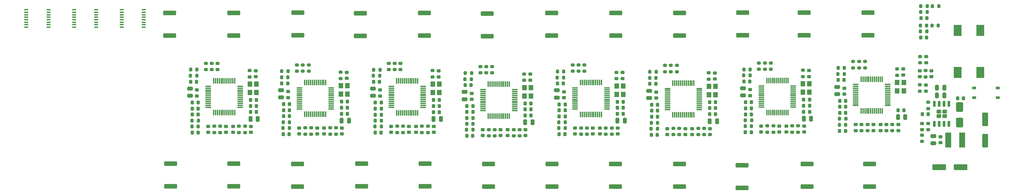
<source format=gbr>
%TF.GenerationSoftware,KiCad,Pcbnew,(7.0.0)*%
%TF.CreationDate,2023-05-02T23:46:26+03:00*%
%TF.ProjectId,24_channel_esp32_energy_meter,32345f63-6861-46e6-9e65-6c5f65737033,rev?*%
%TF.SameCoordinates,PX5ff2fd0PYa4fc540*%
%TF.FileFunction,Paste,Top*%
%TF.FilePolarity,Positive*%
%FSLAX46Y46*%
G04 Gerber Fmt 4.6, Leading zero omitted, Abs format (unit mm)*
G04 Created by KiCad (PCBNEW (7.0.0)) date 2023-05-02 23:46:26*
%MOMM*%
%LPD*%
G01*
G04 APERTURE LIST*
G04 Aperture macros list*
%AMRoundRect*
0 Rectangle with rounded corners*
0 $1 Rounding radius*
0 $2 $3 $4 $5 $6 $7 $8 $9 X,Y pos of 4 corners*
0 Add a 4 corners polygon primitive as box body*
4,1,4,$2,$3,$4,$5,$6,$7,$8,$9,$2,$3,0*
0 Add four circle primitives for the rounded corners*
1,1,$1+$1,$2,$3*
1,1,$1+$1,$4,$5*
1,1,$1+$1,$6,$7*
1,1,$1+$1,$8,$9*
0 Add four rect primitives between the rounded corners*
20,1,$1+$1,$2,$3,$4,$5,0*
20,1,$1+$1,$4,$5,$6,$7,0*
20,1,$1+$1,$6,$7,$8,$9,0*
20,1,$1+$1,$8,$9,$2,$3,0*%
G04 Aperture macros list end*
%ADD10RoundRect,0.225000X0.250000X-0.225000X0.250000X0.225000X-0.250000X0.225000X-0.250000X-0.225000X0*%
%ADD11RoundRect,0.225000X0.225000X0.250000X-0.225000X0.250000X-0.225000X-0.250000X0.225000X-0.250000X0*%
%ADD12RoundRect,0.200000X-0.275000X0.200000X-0.275000X-0.200000X0.275000X-0.200000X0.275000X0.200000X0*%
%ADD13RoundRect,0.200000X0.200000X0.275000X-0.200000X0.275000X-0.200000X-0.275000X0.200000X-0.275000X0*%
%ADD14RoundRect,0.250000X-0.250000X-0.475000X0.250000X-0.475000X0.250000X0.475000X-0.250000X0.475000X0*%
%ADD15RoundRect,0.200000X-0.200000X-0.275000X0.200000X-0.275000X0.200000X0.275000X-0.200000X0.275000X0*%
%ADD16RoundRect,0.250000X-0.475000X0.250000X-0.475000X-0.250000X0.475000X-0.250000X0.475000X0.250000X0*%
%ADD17RoundRect,0.225000X-0.250000X0.225000X-0.250000X-0.225000X0.250000X-0.225000X0.250000X0.225000X0*%
%ADD18RoundRect,0.200000X0.275000X-0.200000X0.275000X0.200000X-0.275000X0.200000X-0.275000X-0.200000X0*%
%ADD19RoundRect,0.225000X-0.225000X-0.250000X0.225000X-0.250000X0.225000X0.250000X-0.225000X0.250000X0*%
%ADD20R,1.200000X1.400000*%
%ADD21RoundRect,0.250000X1.425000X-0.362500X1.425000X0.362500X-1.425000X0.362500X-1.425000X-0.362500X0*%
%ADD22RoundRect,0.250000X-1.425000X0.362500X-1.425000X-0.362500X1.425000X-0.362500X1.425000X0.362500X0*%
%ADD23R,1.000000X0.800000*%
%ADD24RoundRect,0.075000X0.075000X-0.662500X0.075000X0.662500X-0.075000X0.662500X-0.075000X-0.662500X0*%
%ADD25RoundRect,0.075000X0.662500X-0.075000X0.662500X0.075000X-0.662500X0.075000X-0.662500X-0.075000X0*%
%ADD26RoundRect,0.218750X0.256250X-0.218750X0.256250X0.218750X-0.256250X0.218750X-0.256250X-0.218750X0*%
%ADD27RoundRect,0.250000X-1.500000X-0.550000X1.500000X-0.550000X1.500000X0.550000X-1.500000X0.550000X0*%
%ADD28RoundRect,0.250000X0.650000X-1.000000X0.650000X1.000000X-0.650000X1.000000X-0.650000X-1.000000X0*%
%ADD29RoundRect,0.250000X0.250000X0.475000X-0.250000X0.475000X-0.250000X-0.475000X0.250000X-0.475000X0*%
%ADD30R,1.498600X3.987800*%
%ADD31R,1.000000X0.400000*%
%ADD32R,2.000000X3.000000*%
%ADD33RoundRect,0.242500X-0.382500X0.242500X-0.382500X-0.242500X0.382500X-0.242500X0.382500X0.242500X0*%
%ADD34RoundRect,0.150000X-0.150000X0.650000X-0.150000X-0.650000X0.150000X-0.650000X0.150000X0.650000X0*%
%ADD35RoundRect,0.250000X-0.550000X1.500000X-0.550000X-1.500000X0.550000X-1.500000X0.550000X1.500000X0*%
G04 APERTURE END LIST*
D10*
%TO.C,C52*%
X114830000Y19512500D03*
X114830000Y21062500D03*
%TD*%
D11*
%TO.C,C57*%
X146737500Y23950000D03*
X145187500Y23950000D03*
%TD*%
D12*
%TO.C,R35*%
X94205000Y20700000D03*
X94205000Y19050000D03*
%TD*%
D13*
%TO.C,R91*%
X179842500Y22025000D03*
X178192500Y22025000D03*
%TD*%
D14*
%TO.C,C17*%
X252900000Y31250000D03*
X254800000Y31250000D03*
%TD*%
D15*
%TO.C,R55*%
X129487500Y33450001D03*
X131137500Y33450001D03*
%TD*%
D11*
%TO.C,C4*%
X74920000Y26425000D03*
X73370000Y26425000D03*
%TD*%
%TO.C,C49*%
X107580001Y24137500D03*
X106030001Y24137500D03*
%TD*%
D12*
%TO.C,R33*%
X87705001Y20700000D03*
X87705001Y19050000D03*
%TD*%
D16*
%TO.C,C47*%
X105380001Y30962500D03*
X105380001Y29062500D03*
%TD*%
D17*
%TO.C,C120*%
X249990000Y31875000D03*
X249990000Y30325000D03*
%TD*%
D15*
%TO.C,R100*%
X202350000Y34400001D03*
X204000000Y34400001D03*
%TD*%
D18*
%TO.C,R17*%
X248415000Y30300000D03*
X248415000Y31950000D03*
%TD*%
D11*
%TO.C,C75*%
X170862500Y27525000D03*
X169312500Y27525000D03*
%TD*%
D12*
%TO.C,R111*%
X216604999Y21200000D03*
X216604999Y19550000D03*
%TD*%
D19*
%TO.C,C35*%
X81955001Y19025000D03*
X83505001Y19025000D03*
%TD*%
D20*
%TO.C,Y7*%
X219574999Y29999999D03*
X219574999Y32199999D03*
X217874999Y32199999D03*
X217874999Y29999999D03*
%TD*%
D19*
%TO.C,C61*%
X129537500Y31900001D03*
X131087500Y31900001D03*
%TD*%
D11*
%TO.C,C117*%
X244245000Y25275000D03*
X242695000Y25275000D03*
%TD*%
D12*
%TO.C,R126*%
X241249999Y21575000D03*
X241249999Y19925000D03*
%TD*%
%TO.C,R117*%
X231000000Y38050000D03*
X231000000Y36400000D03*
%TD*%
D21*
%TO.C,R54*%
X185575000Y5312500D03*
X185575000Y11237500D03*
%TD*%
D12*
%TO.C,R9*%
X63875000Y21125000D03*
X63875000Y19475000D03*
%TD*%
D10*
%TO.C,C112*%
X211654999Y19600000D03*
X211654999Y21150000D03*
%TD*%
D22*
%TO.C,R127*%
X218150000Y50862500D03*
X218150000Y44937500D03*
%TD*%
D16*
%TO.C,C107*%
X202205000Y31050000D03*
X202205000Y29150000D03*
%TD*%
D11*
%TO.C,C74*%
X155662500Y26850000D03*
X154112500Y26850000D03*
%TD*%
D10*
%TO.C,C54*%
X121330000Y19512500D03*
X121330000Y21062500D03*
%TD*%
D19*
%TO.C,C11*%
X58125000Y19450000D03*
X59675000Y19450000D03*
%TD*%
D21*
%TO.C,R67*%
X218920460Y5337500D03*
X218920460Y11262500D03*
%TD*%
D23*
%TO.C,BR1*%
X262664999Y31114999D03*
X262664999Y28574999D03*
X268814999Y28574999D03*
X268814999Y31114999D03*
%TD*%
D12*
%TO.C,R10*%
X65425000Y21125000D03*
X65425000Y19475000D03*
%TD*%
D21*
%TO.C,R39*%
X135625000Y5312500D03*
X135625000Y11237500D03*
%TD*%
D12*
%TO.C,R65*%
X142192499Y20250000D03*
X142192499Y18600000D03*
%TD*%
D11*
%TO.C,C60*%
X146737500Y27100000D03*
X145187500Y27100000D03*
%TD*%
D13*
%TO.C,R62*%
X131542500Y20175000D03*
X129892500Y20175000D03*
%TD*%
%TO.C,R131*%
X250340000Y52525000D03*
X248690000Y52525000D03*
%TD*%
D12*
%TO.C,R119*%
X234100000Y38050000D03*
X234100000Y36400000D03*
%TD*%
D11*
%TO.C,C10*%
X59725000Y24150000D03*
X58175000Y24150000D03*
%TD*%
D17*
%TO.C,C66*%
X134092500Y20200000D03*
X134092500Y18650000D03*
%TD*%
D11*
%TO.C,C45*%
X122775001Y27962500D03*
X121225001Y27962500D03*
%TD*%
D10*
%TO.C,C127*%
X236299999Y19975000D03*
X236299999Y21525000D03*
%TD*%
D12*
%TO.C,R23*%
X250585000Y21850000D03*
X250585000Y20200000D03*
%TD*%
D11*
%TO.C,C90*%
X195012500Y27400000D03*
X193462500Y27400000D03*
%TD*%
D12*
%TO.C,R50*%
X118230000Y21112500D03*
X118230000Y19462500D03*
%TD*%
D21*
%TO.C,R68*%
X201925000Y4937500D03*
X201925000Y10862500D03*
%TD*%
D24*
%TO.C,IC5*%
X159687499Y24212500D03*
X160187499Y24212500D03*
X160687499Y24212500D03*
X161187499Y24212500D03*
X161687499Y24212500D03*
X162187499Y24212500D03*
X162687499Y24212500D03*
X163187499Y24212500D03*
X163687499Y24212500D03*
X164187499Y24212500D03*
X164687499Y24212500D03*
X165187499Y24212500D03*
D25*
X166599999Y25625000D03*
X166599999Y26125000D03*
X166599999Y26625000D03*
X166599999Y27125000D03*
X166599999Y27625000D03*
X166599999Y28125000D03*
X166599999Y28625000D03*
X166599999Y29125000D03*
X166599999Y29625000D03*
X166599999Y30125000D03*
X166599999Y30625000D03*
X166599999Y31125000D03*
D24*
X165187499Y32537500D03*
X164687499Y32537500D03*
X164187499Y32537500D03*
X163687499Y32537500D03*
X163187499Y32537500D03*
X162687499Y32537500D03*
X162187499Y32537500D03*
X161687499Y32537500D03*
X161187499Y32537500D03*
X160687499Y32537500D03*
X160187499Y32537500D03*
X159687499Y32537500D03*
D25*
X158274999Y31125000D03*
X158274999Y30625000D03*
X158274999Y30125000D03*
X158274999Y29625000D03*
X158274999Y29125000D03*
X158274999Y28625000D03*
X158274999Y28125000D03*
X158274999Y27625000D03*
X158274999Y27125000D03*
X158274999Y26625000D03*
X158274999Y26125000D03*
X158274999Y25625000D03*
%TD*%
D17*
%TO.C,C111*%
X206955000Y21150000D03*
X206955000Y19600000D03*
%TD*%
D15*
%TO.C,R16*%
X248590000Y45925000D03*
X250240000Y45925000D03*
%TD*%
D12*
%TO.C,R59*%
X136592500Y36725000D03*
X136592500Y35075000D03*
%TD*%
D17*
%TO.C,C63*%
X131192500Y29725000D03*
X131192500Y28175000D03*
%TD*%
%TO.C,C133*%
X251490000Y35625000D03*
X251490000Y34075000D03*
%TD*%
D11*
%TO.C,C58*%
X146737500Y25550000D03*
X145187500Y25550000D03*
%TD*%
D17*
%TO.C,C130*%
X248390000Y35625000D03*
X248390000Y34075000D03*
%TD*%
D20*
%TO.C,Y5*%
X170837499Y29474999D03*
X170837499Y31674999D03*
X169137499Y31674999D03*
X169137499Y29474999D03*
%TD*%
D15*
%TO.C,R1*%
X57670000Y34325000D03*
X59320000Y34325000D03*
%TD*%
D11*
%TO.C,C100*%
X204405000Y25825000D03*
X202855000Y25825000D03*
%TD*%
D13*
%TO.C,R121*%
X229075000Y23050000D03*
X227425000Y23050000D03*
%TD*%
D20*
%TO.C,Y4*%
X146712499Y29049999D03*
X146712499Y31249999D03*
X145012499Y31249999D03*
X145012499Y29049999D03*
%TD*%
D16*
%TO.C,C23*%
X252000000Y18550000D03*
X252000000Y16650000D03*
%TD*%
D12*
%TO.C,R125*%
X239699999Y21575000D03*
X239699999Y19925000D03*
%TD*%
D11*
%TO.C,C118*%
X250190000Y44375000D03*
X248640000Y44375000D03*
%TD*%
D22*
%TO.C,R83*%
X52225000Y50737500D03*
X52225000Y44812500D03*
%TD*%
D21*
%TO.C,R13*%
X69000000Y5412500D03*
X69000000Y11337500D03*
%TD*%
D11*
%TO.C,C25*%
X83555001Y25325000D03*
X82005001Y25325000D03*
%TD*%
D19*
%TO.C,C31*%
X81550001Y32350001D03*
X83100001Y32350001D03*
%TD*%
D11*
%TO.C,C6*%
X74920000Y27975000D03*
X73370000Y27975000D03*
%TD*%
D21*
%TO.C,R53*%
X152250000Y5337500D03*
X152250000Y11262500D03*
%TD*%
D11*
%TO.C,C34*%
X83555001Y23725000D03*
X82005001Y23725000D03*
%TD*%
D13*
%TO.C,R7*%
X59750000Y22600000D03*
X58100000Y22600000D03*
%TD*%
D26*
%TO.C,CF3*%
X122600001Y34050000D03*
X122600001Y35625000D03*
%TD*%
D10*
%TO.C,C99*%
X193567499Y18950000D03*
X193567499Y20500000D03*
%TD*%
D15*
%TO.C,R115*%
X226995000Y34775001D03*
X228645000Y34775001D03*
%TD*%
D13*
%TO.C,R21*%
X250215000Y47475000D03*
X248565000Y47475000D03*
%TD*%
D11*
%TO.C,C132*%
X250265000Y49450000D03*
X248715000Y49450000D03*
%TD*%
D21*
%TO.C,R52*%
X168850000Y5337500D03*
X168850000Y11262500D03*
%TD*%
D12*
%TO.C,R29*%
X88605001Y37175000D03*
X88605001Y35525000D03*
%TD*%
%TO.C,R89*%
X184867500Y37025000D03*
X184867500Y35375000D03*
%TD*%
%TO.C,R4*%
X63225000Y37600000D03*
X63225000Y35950000D03*
%TD*%
D13*
%TO.C,R20*%
X253265000Y47475000D03*
X251615000Y47475000D03*
%TD*%
D11*
%TO.C,C70*%
X155667500Y25300000D03*
X154117500Y25300000D03*
%TD*%
D27*
%TO.C,C24*%
X253500000Y10400000D03*
X259100000Y10400000D03*
%TD*%
D12*
%TO.C,R12*%
X71925000Y21125000D03*
X71925000Y19475000D03*
%TD*%
D28*
%TO.C,D1*%
X258800000Y22100000D03*
X258800000Y26100000D03*
%TD*%
D24*
%TO.C,IC3*%
X111600000Y24650000D03*
X112100000Y24650000D03*
X112600000Y24650000D03*
X113100000Y24650000D03*
X113600000Y24650000D03*
X114100000Y24650000D03*
X114600000Y24650000D03*
X115100000Y24650000D03*
X115600000Y24650000D03*
X116100000Y24650000D03*
X116600000Y24650000D03*
X117100000Y24650000D03*
D25*
X118512500Y26062500D03*
X118512500Y26562500D03*
X118512500Y27062500D03*
X118512500Y27562500D03*
X118512500Y28062500D03*
X118512500Y28562500D03*
X118512500Y29062500D03*
X118512500Y29562500D03*
X118512500Y30062500D03*
X118512500Y30562500D03*
X118512500Y31062500D03*
X118512500Y31562500D03*
D24*
X117100000Y32975000D03*
X116600000Y32975000D03*
X116100000Y32975000D03*
X115600000Y32975000D03*
X115100000Y32975000D03*
X114600000Y32975000D03*
X114100000Y32975000D03*
X113600000Y32975000D03*
X113100000Y32975000D03*
X112600000Y32975000D03*
X112100000Y32975000D03*
X111600000Y32975000D03*
D25*
X110187500Y31562500D03*
X110187500Y31062500D03*
X110187500Y30562500D03*
X110187500Y30062500D03*
X110187500Y29562500D03*
X110187500Y29062500D03*
X110187500Y28562500D03*
X110187500Y28062500D03*
X110187500Y27562500D03*
X110187500Y27062500D03*
X110187500Y26562500D03*
X110187500Y26062500D03*
%TD*%
D12*
%TO.C,R88*%
X183317500Y37025000D03*
X183317500Y35375000D03*
%TD*%
%TO.C,R44*%
X112630001Y37587500D03*
X112630001Y35937500D03*
%TD*%
D15*
%TO.C,R25*%
X81500001Y33900001D03*
X83150001Y33900001D03*
%TD*%
D18*
%TO.C,R105*%
X217825000Y34100000D03*
X217825000Y35750000D03*
%TD*%
D17*
%TO.C,C68*%
X140642499Y20200000D03*
X140642499Y18650000D03*
%TD*%
D15*
%TO.C,R26*%
X81550001Y35500001D03*
X83200001Y35500001D03*
%TD*%
D11*
%TO.C,C104*%
X204400000Y27375000D03*
X202850000Y27375000D03*
%TD*%
D13*
%TO.C,R106*%
X204430000Y22675000D03*
X202780000Y22675000D03*
%TD*%
D15*
%TO.C,R86*%
X177812500Y35350001D03*
X179462500Y35350001D03*
%TD*%
D29*
%TO.C,C101*%
X219975000Y23100000D03*
X218075000Y23100000D03*
%TD*%
D26*
%TO.C,CF7*%
X219425000Y34137500D03*
X219425000Y35712500D03*
%TD*%
D10*
%TO.C,C129*%
X242799999Y19975000D03*
X242799999Y21525000D03*
%TD*%
D12*
%TO.C,R109*%
X210104999Y21200000D03*
X210104999Y19550000D03*
%TD*%
%TO.C,R95*%
X190467499Y20550000D03*
X190467499Y18900000D03*
%TD*%
D13*
%TO.C,R32*%
X83555001Y20625000D03*
X81905001Y20625000D03*
%TD*%
D12*
%TO.C,R42*%
X109530001Y37587500D03*
X109530001Y35937500D03*
%TD*%
D20*
%TO.C,Y8*%
X244219999Y30374999D03*
X244219999Y32574999D03*
X242519999Y32574999D03*
X242519999Y30374999D03*
%TD*%
D12*
%TO.C,R28*%
X87055001Y37175000D03*
X87055001Y35525000D03*
%TD*%
D20*
%TO.C,Y1*%
X74894999Y29924999D03*
X74894999Y32124999D03*
X73194999Y32124999D03*
X73194999Y29924999D03*
%TD*%
D12*
%TO.C,R5*%
X64775000Y37600000D03*
X64775000Y35950000D03*
%TD*%
D15*
%TO.C,R70*%
X153612500Y33875001D03*
X155262500Y33875001D03*
%TD*%
%TO.C,R2*%
X57720000Y35925000D03*
X59370000Y35925000D03*
%TD*%
D11*
%TO.C,C89*%
X179812500Y26725000D03*
X178262500Y26725000D03*
%TD*%
D12*
%TO.C,R36*%
X95755000Y20700000D03*
X95755000Y19050000D03*
%TD*%
D21*
%TO.C,R15*%
X85650000Y5312500D03*
X85650000Y11237500D03*
%TD*%
D12*
%TO.C,R27*%
X85505001Y37175000D03*
X85505001Y35525000D03*
%TD*%
D13*
%TO.C,R122*%
X229050000Y21500000D03*
X227400000Y21500000D03*
%TD*%
D16*
%TO.C,C122*%
X226850000Y31425000D03*
X226850000Y29525000D03*
%TD*%
D11*
%TO.C,C115*%
X229050000Y26200000D03*
X227500000Y26200000D03*
%TD*%
D13*
%TO.C,R130*%
X253365000Y52525000D03*
X251715000Y52525000D03*
%TD*%
D29*
%TO.C,C71*%
X171237500Y22575000D03*
X169337500Y22575000D03*
%TD*%
D12*
%TO.C,R103*%
X207905000Y37675000D03*
X207905000Y36025000D03*
%TD*%
%TO.C,R108*%
X208555000Y21200000D03*
X208555000Y19550000D03*
%TD*%
D24*
%TO.C,IC7*%
X208424999Y24737500D03*
X208924999Y24737500D03*
X209424999Y24737500D03*
X209924999Y24737500D03*
X210424999Y24737500D03*
X210924999Y24737500D03*
X211424999Y24737500D03*
X211924999Y24737500D03*
X212424999Y24737500D03*
X212924999Y24737500D03*
X213424999Y24737500D03*
X213924999Y24737500D03*
D25*
X215337499Y26150000D03*
X215337499Y26650000D03*
X215337499Y27150000D03*
X215337499Y27650000D03*
X215337499Y28150000D03*
X215337499Y28650000D03*
X215337499Y29150000D03*
X215337499Y29650000D03*
X215337499Y30150000D03*
X215337499Y30650000D03*
X215337499Y31150000D03*
X215337499Y31650000D03*
D24*
X213924999Y33062500D03*
X213424999Y33062500D03*
X212924999Y33062500D03*
X212424999Y33062500D03*
X211924999Y33062500D03*
X211424999Y33062500D03*
X210924999Y33062500D03*
X210424999Y33062500D03*
X209924999Y33062500D03*
X209424999Y33062500D03*
X208924999Y33062500D03*
X208424999Y33062500D03*
D25*
X207012499Y31650000D03*
X207012499Y31150000D03*
X207012499Y30650000D03*
X207012499Y30150000D03*
X207012499Y29650000D03*
X207012499Y29150000D03*
X207012499Y28650000D03*
X207012499Y28150000D03*
X207012499Y27650000D03*
X207012499Y27150000D03*
X207012499Y26650000D03*
X207012499Y26150000D03*
%TD*%
D10*
%TO.C,C84*%
X169417499Y19075000D03*
X169417499Y20625000D03*
%TD*%
D16*
%TO.C,C8*%
X57525000Y30975000D03*
X57525000Y29075000D03*
%TD*%
D19*
%TO.C,C91*%
X177812500Y32200001D03*
X179362500Y32200001D03*
%TD*%
D13*
%TO.C,R92*%
X179817500Y20475000D03*
X178167500Y20475000D03*
%TD*%
D10*
%TO.C,C39*%
X97305000Y19100000D03*
X97305000Y20650000D03*
%TD*%
D22*
%TO.C,R99*%
X135275000Y50587500D03*
X135275000Y44662500D03*
%TD*%
D12*
%TO.C,R110*%
X215054999Y21200000D03*
X215054999Y19550000D03*
%TD*%
D18*
%TO.C,R19*%
X248515000Y37725000D03*
X248515000Y39375000D03*
%TD*%
D13*
%TO.C,R107*%
X204405000Y21125000D03*
X202755000Y21125000D03*
%TD*%
D12*
%TO.C,R72*%
X157617500Y37150000D03*
X157617500Y35500000D03*
%TD*%
D16*
%TO.C,C32*%
X81355001Y30550000D03*
X81355001Y28650000D03*
%TD*%
D20*
%TO.C,Y3*%
X122750000Y29912499D03*
X122750000Y32112499D03*
X121050000Y32112499D03*
X121050000Y29912499D03*
%TD*%
D17*
%TO.C,C48*%
X107230001Y30587500D03*
X107230001Y29037500D03*
%TD*%
D29*
%TO.C,C86*%
X195387500Y22450000D03*
X193487500Y22450000D03*
%TD*%
D11*
%TO.C,C73*%
X170862500Y25975000D03*
X169312500Y25975000D03*
%TD*%
D17*
%TO.C,C113*%
X213504999Y21150000D03*
X213504999Y19600000D03*
%TD*%
D22*
%TO.C,R128*%
X202125000Y50837500D03*
X202125000Y44912500D03*
%TD*%
D11*
%TO.C,C30*%
X98750001Y27550000D03*
X97200001Y27550000D03*
%TD*%
D22*
%TO.C,R97*%
X118850000Y50737500D03*
X118850000Y44812500D03*
%TD*%
D17*
%TO.C,C131*%
X250090000Y39325000D03*
X250090000Y37775000D03*
%TD*%
D29*
%TO.C,C56*%
X147112500Y22150000D03*
X145212500Y22150000D03*
%TD*%
D26*
%TO.C,CF8*%
X244070000Y34512500D03*
X244070000Y36087500D03*
%TD*%
D18*
%TO.C,R45*%
X121000001Y34012500D03*
X121000001Y35662500D03*
%TD*%
D12*
%TO.C,R51*%
X119780000Y21112500D03*
X119780000Y19462500D03*
%TD*%
D11*
%TO.C,C27*%
X98750001Y24400000D03*
X97200001Y24400000D03*
%TD*%
D18*
%TO.C,R30*%
X96975001Y33600000D03*
X96975001Y35250000D03*
%TD*%
D13*
%TO.C,R46*%
X107605001Y22587500D03*
X105955001Y22587500D03*
%TD*%
D22*
%TO.C,R82*%
X68975000Y50775000D03*
X68975000Y44850000D03*
%TD*%
D12*
%TO.C,R93*%
X183967500Y20550000D03*
X183967500Y18900000D03*
%TD*%
D26*
%TO.C,CF4*%
X146562500Y33187500D03*
X146562500Y34762500D03*
%TD*%
D17*
%TO.C,C128*%
X238149999Y21525000D03*
X238149999Y19975000D03*
%TD*%
D12*
%TO.C,R48*%
X111730001Y21112500D03*
X111730001Y19462500D03*
%TD*%
D13*
%TO.C,R31*%
X83580001Y22175000D03*
X81930001Y22175000D03*
%TD*%
D29*
%TO.C,C116*%
X244620000Y23475000D03*
X242720000Y23475000D03*
%TD*%
D17*
%TO.C,C98*%
X188917499Y20500000D03*
X188917499Y18950000D03*
%TD*%
D12*
%TO.C,R11*%
X70375000Y21125000D03*
X70375000Y19475000D03*
%TD*%
D17*
%TO.C,C51*%
X110130001Y21062500D03*
X110130001Y19512500D03*
%TD*%
D14*
%TO.C,C18*%
X252900000Y29200000D03*
X254800000Y29200000D03*
%TD*%
D18*
%TO.C,R90*%
X193237500Y33450000D03*
X193237500Y35100000D03*
%TD*%
D21*
%TO.C,R14*%
X52500000Y5412500D03*
X52500000Y11337500D03*
%TD*%
D15*
%TO.C,R40*%
X105525001Y34312501D03*
X107175001Y34312501D03*
%TD*%
D16*
%TO.C,C92*%
X177617500Y30400000D03*
X177617500Y28500000D03*
%TD*%
D21*
%TO.C,R38*%
X102450000Y5387500D03*
X102450000Y11312500D03*
%TD*%
D11*
%TO.C,C1*%
X59725000Y25750000D03*
X58175000Y25750000D03*
%TD*%
D12*
%TO.C,R87*%
X181767500Y37025000D03*
X181767500Y35375000D03*
%TD*%
D29*
%TO.C,C26*%
X99125001Y22600000D03*
X97225001Y22600000D03*
%TD*%
D19*
%TO.C,C95*%
X178217500Y18875000D03*
X179767500Y18875000D03*
%TD*%
D12*
%TO.C,R123*%
X233200000Y21575000D03*
X233200000Y19925000D03*
%TD*%
D10*
%TO.C,C114*%
X218154999Y19600000D03*
X218154999Y21150000D03*
%TD*%
D13*
%TO.C,R76*%
X155692500Y22150000D03*
X154042500Y22150000D03*
%TD*%
D17*
%TO.C,C33*%
X83205001Y30175000D03*
X83205001Y28625000D03*
%TD*%
D26*
%TO.C,CF1*%
X74745000Y34062500D03*
X74745000Y35637500D03*
%TD*%
D17*
%TO.C,C53*%
X116680000Y21062500D03*
X116680000Y19512500D03*
%TD*%
D30*
%TO.C,L1*%
X259491799Y17499999D03*
X255884999Y17499999D03*
%TD*%
D11*
%TO.C,C42*%
X122775001Y24812500D03*
X121225001Y24812500D03*
%TD*%
%TO.C,C72*%
X170862500Y24375000D03*
X169312500Y24375000D03*
%TD*%
D17*
%TO.C,C78*%
X155317500Y30150000D03*
X155317500Y28600000D03*
%TD*%
D31*
%TO.C,U2*%
X14744999Y51599999D03*
X14744999Y50949999D03*
X14744999Y50299999D03*
X14744999Y49649999D03*
X14744999Y48999999D03*
X14744999Y48349999D03*
X14744999Y47699999D03*
X14744999Y47049999D03*
X20544999Y47049999D03*
X20544999Y47699999D03*
X20544999Y48349999D03*
X20544999Y48999999D03*
X20544999Y49649999D03*
X20544999Y50299999D03*
X20544999Y50949999D03*
X20544999Y51599999D03*
%TD*%
D22*
%TO.C,R129*%
X234850000Y50837500D03*
X234850000Y44912500D03*
%TD*%
D11*
%TO.C,C43*%
X122775001Y26412500D03*
X121225001Y26412500D03*
%TD*%
%TO.C,C87*%
X195012500Y24250000D03*
X193462500Y24250000D03*
%TD*%
D17*
%TO.C,C38*%
X92655000Y20650000D03*
X92655000Y19100000D03*
%TD*%
D13*
%TO.C,R47*%
X107580001Y21037500D03*
X105930001Y21037500D03*
%TD*%
D18*
%TO.C,R120*%
X242470000Y34475000D03*
X242470000Y36125000D03*
%TD*%
D17*
%TO.C,C81*%
X158217500Y20625000D03*
X158217500Y19075000D03*
%TD*%
D29*
%TO.C,C41*%
X123150001Y23012500D03*
X121250001Y23012500D03*
%TD*%
D32*
%TO.C,J1*%
X264274999Y35199999D03*
X258274999Y35199999D03*
X258274999Y46199999D03*
X264274999Y46199999D03*
%TD*%
D11*
%TO.C,C109*%
X204405000Y24225000D03*
X202855000Y24225000D03*
%TD*%
%TO.C,C44*%
X107575001Y27287500D03*
X106025001Y27287500D03*
%TD*%
D18*
%TO.C,R18*%
X249915000Y34025000D03*
X249915000Y35675000D03*
%TD*%
D11*
%TO.C,C55*%
X131542500Y24875000D03*
X129992500Y24875000D03*
%TD*%
D26*
%TO.C,CF2*%
X98575001Y33637500D03*
X98575001Y35212500D03*
%TD*%
D15*
%TO.C,R132*%
X248690000Y51000000D03*
X250340000Y51000000D03*
%TD*%
D11*
%TO.C,C85*%
X179817500Y25175000D03*
X178267500Y25175000D03*
%TD*%
D10*
%TO.C,C22*%
X253840000Y16800000D03*
X253840000Y18350000D03*
%TD*%
D12*
%TO.C,R81*%
X167867499Y20675000D03*
X167867499Y19025000D03*
%TD*%
D17*
%TO.C,C36*%
X86105001Y20650000D03*
X86105001Y19100000D03*
%TD*%
D15*
%TO.C,R56*%
X129537500Y35050001D03*
X131187500Y35050001D03*
%TD*%
D12*
%TO.C,R3*%
X61675000Y37600000D03*
X61675000Y35950000D03*
%TD*%
D15*
%TO.C,R85*%
X177762500Y33750001D03*
X179412500Y33750001D03*
%TD*%
D11*
%TO.C,C124*%
X229050000Y24600000D03*
X227500000Y24600000D03*
%TD*%
D19*
%TO.C,C65*%
X129942500Y18575000D03*
X131492500Y18575000D03*
%TD*%
%TO.C,C50*%
X105980001Y19437500D03*
X107530001Y19437500D03*
%TD*%
D26*
%TO.C,CF6*%
X194837500Y33487500D03*
X194837500Y35062500D03*
%TD*%
D11*
%TO.C,C20*%
X250600000Y24250000D03*
X249050000Y24250000D03*
%TD*%
D17*
%TO.C,C83*%
X164767499Y20625000D03*
X164767499Y19075000D03*
%TD*%
D11*
%TO.C,C64*%
X131542500Y23275000D03*
X129992500Y23275000D03*
%TD*%
%TO.C,C79*%
X155667500Y23700000D03*
X154117500Y23700000D03*
%TD*%
%TO.C,C105*%
X219600000Y28050000D03*
X218050000Y28050000D03*
%TD*%
D12*
%TO.C,R74*%
X160717500Y37150000D03*
X160717500Y35500000D03*
%TD*%
D17*
%TO.C,C14*%
X68825000Y21075000D03*
X68825000Y19525000D03*
%TD*%
D12*
%TO.C,R49*%
X113280000Y21112500D03*
X113280000Y19462500D03*
%TD*%
D15*
%TO.C,R41*%
X105575001Y35912501D03*
X107225001Y35912501D03*
%TD*%
D13*
%TO.C,R61*%
X131567500Y21725000D03*
X129917500Y21725000D03*
%TD*%
D10*
%TO.C,C15*%
X73475000Y19525000D03*
X73475000Y21075000D03*
%TD*%
%TO.C,C67*%
X138792499Y18650000D03*
X138792499Y20200000D03*
%TD*%
D22*
%TO.C,R84*%
X85725000Y50825000D03*
X85725000Y44900000D03*
%TD*%
D16*
%TO.C,C77*%
X153467500Y30525000D03*
X153467500Y28625000D03*
%TD*%
D15*
%TO.C,R71*%
X153662500Y35475001D03*
X155312500Y35475001D03*
%TD*%
D12*
%TO.C,R43*%
X111080001Y37587500D03*
X111080001Y35937500D03*
%TD*%
D17*
%TO.C,C126*%
X231600000Y21525000D03*
X231600000Y19975000D03*
%TD*%
D15*
%TO.C,R101*%
X202400000Y36000001D03*
X204050000Y36000001D03*
%TD*%
D18*
%TO.C,R75*%
X169087500Y33575000D03*
X169087500Y35225000D03*
%TD*%
D31*
%TO.C,U5*%
X39689999Y51599999D03*
X39689999Y50949999D03*
X39689999Y50299999D03*
X39689999Y49649999D03*
X39689999Y48999999D03*
X39689999Y48349999D03*
X39689999Y47699999D03*
X39689999Y47049999D03*
X45489999Y47049999D03*
X45489999Y47699999D03*
X45489999Y48349999D03*
X45489999Y48999999D03*
X45489999Y49649999D03*
X45489999Y50299999D03*
X45489999Y50949999D03*
X45489999Y51599999D03*
%TD*%
D11*
%TO.C,C40*%
X107580001Y25737500D03*
X106030001Y25737500D03*
%TD*%
%TO.C,C3*%
X74920000Y24825000D03*
X73370000Y24825000D03*
%TD*%
%TO.C,C88*%
X195012500Y25850000D03*
X193462500Y25850000D03*
%TD*%
D22*
%TO.C,R113*%
X152125000Y50737500D03*
X152125000Y44812500D03*
%TD*%
D18*
%TO.C,R60*%
X144962500Y33150000D03*
X144962500Y34800000D03*
%TD*%
D12*
%TO.C,R22*%
X250585000Y27400000D03*
X250585000Y25750000D03*
%TD*%
D18*
%TO.C,R6*%
X73145000Y34025000D03*
X73145000Y35675000D03*
%TD*%
D17*
%TO.C,C96*%
X182367500Y20500000D03*
X182367500Y18950000D03*
%TD*%
D11*
%TO.C,C19*%
X259825000Y28450000D03*
X258275000Y28450000D03*
%TD*%
%TO.C,C5*%
X59720000Y27300000D03*
X58170000Y27300000D03*
%TD*%
D21*
%TO.C,R69*%
X235275000Y5287500D03*
X235275000Y11212500D03*
%TD*%
D33*
%TO.C,U3*%
X254925000Y24950000D03*
X253375000Y24950000D03*
X254925000Y23750000D03*
X253375000Y23750000D03*
D34*
X256055000Y27000000D03*
X254785000Y27000000D03*
X253515000Y27000000D03*
X252245000Y27000000D03*
X252245000Y21700000D03*
X253515000Y21700000D03*
X254785000Y21700000D03*
X256055000Y21700000D03*
%TD*%
D12*
%TO.C,R78*%
X159817500Y20675000D03*
X159817500Y19025000D03*
%TD*%
D21*
%TO.C,R37*%
X119000000Y5362500D03*
X119000000Y11287500D03*
%TD*%
D17*
%TO.C,C123*%
X228700000Y31050000D03*
X228700000Y29500000D03*
%TD*%
D19*
%TO.C,C46*%
X105575001Y32762501D03*
X107125001Y32762501D03*
%TD*%
D11*
%TO.C,C29*%
X83550001Y26875000D03*
X82000001Y26875000D03*
%TD*%
D19*
%TO.C,C76*%
X153662500Y32325001D03*
X155212500Y32325001D03*
%TD*%
%TO.C,C121*%
X227045000Y33225001D03*
X228595000Y33225001D03*
%TD*%
D20*
%TO.C,Y6*%
X194987499Y29349999D03*
X194987499Y31549999D03*
X193287499Y31549999D03*
X193287499Y29349999D03*
%TD*%
D24*
%TO.C,IC4*%
X135562499Y23787500D03*
X136062499Y23787500D03*
X136562499Y23787500D03*
X137062499Y23787500D03*
X137562499Y23787500D03*
X138062499Y23787500D03*
X138562499Y23787500D03*
X139062499Y23787500D03*
X139562499Y23787500D03*
X140062499Y23787500D03*
X140562499Y23787500D03*
X141062499Y23787500D03*
D25*
X142474999Y25200000D03*
X142474999Y25700000D03*
X142474999Y26200000D03*
X142474999Y26700000D03*
X142474999Y27200000D03*
X142474999Y27700000D03*
X142474999Y28200000D03*
X142474999Y28700000D03*
X142474999Y29200000D03*
X142474999Y29700000D03*
X142474999Y30200000D03*
X142474999Y30700000D03*
D24*
X141062499Y32112500D03*
X140562499Y32112500D03*
X140062499Y32112500D03*
X139562499Y32112500D03*
X139062499Y32112500D03*
X138562499Y32112500D03*
X138062499Y32112500D03*
X137562499Y32112500D03*
X137062499Y32112500D03*
X136562499Y32112500D03*
X136062499Y32112500D03*
X135562499Y32112500D03*
D25*
X134149999Y30700000D03*
X134149999Y30200000D03*
X134149999Y29700000D03*
X134149999Y29200000D03*
X134149999Y28700000D03*
X134149999Y28200000D03*
X134149999Y27700000D03*
X134149999Y27200000D03*
X134149999Y26700000D03*
X134149999Y26200000D03*
X134149999Y25700000D03*
X134149999Y25200000D03*
%TD*%
D17*
%TO.C,C21*%
X249035000Y21800000D03*
X249035000Y20250000D03*
%TD*%
D12*
%TO.C,R80*%
X166317499Y20675000D03*
X166317499Y19025000D03*
%TD*%
%TO.C,R104*%
X209455000Y37675000D03*
X209455000Y36025000D03*
%TD*%
%TO.C,R58*%
X135042500Y36725000D03*
X135042500Y35075000D03*
%TD*%
D24*
%TO.C,IC6*%
X183837499Y24087500D03*
X184337499Y24087500D03*
X184837499Y24087500D03*
X185337499Y24087500D03*
X185837499Y24087500D03*
X186337499Y24087500D03*
X186837499Y24087500D03*
X187337499Y24087500D03*
X187837499Y24087500D03*
X188337499Y24087500D03*
X188837499Y24087500D03*
X189337499Y24087500D03*
D25*
X190749999Y25500000D03*
X190749999Y26000000D03*
X190749999Y26500000D03*
X190749999Y27000000D03*
X190749999Y27500000D03*
X190749999Y28000000D03*
X190749999Y28500000D03*
X190749999Y29000000D03*
X190749999Y29500000D03*
X190749999Y30000000D03*
X190749999Y30500000D03*
X190749999Y31000000D03*
D24*
X189337499Y32412500D03*
X188837499Y32412500D03*
X188337499Y32412500D03*
X187837499Y32412500D03*
X187337499Y32412500D03*
X186837499Y32412500D03*
X186337499Y32412500D03*
X185837499Y32412500D03*
X185337499Y32412500D03*
X184837499Y32412500D03*
X184337499Y32412500D03*
X183837499Y32412500D03*
D25*
X182424999Y31000000D03*
X182424999Y30500000D03*
X182424999Y30000000D03*
X182424999Y29500000D03*
X182424999Y29000000D03*
X182424999Y28500000D03*
X182424999Y28000000D03*
X182424999Y27500000D03*
X182424999Y27000000D03*
X182424999Y26500000D03*
X182424999Y26000000D03*
X182424999Y25500000D03*
%TD*%
D11*
%TO.C,C103*%
X219600000Y26500000D03*
X218050000Y26500000D03*
%TD*%
D12*
%TO.C,R79*%
X161367499Y20675000D03*
X161367499Y19025000D03*
%TD*%
D19*
%TO.C,C80*%
X154067500Y19000000D03*
X155617500Y19000000D03*
%TD*%
D12*
%TO.C,R118*%
X232550000Y38050000D03*
X232550000Y36400000D03*
%TD*%
D22*
%TO.C,R112*%
X168900000Y50737500D03*
X168900000Y44812500D03*
%TD*%
D31*
%TO.C,U4*%
X27217499Y51599999D03*
X27217499Y50949999D03*
X27217499Y50299999D03*
X27217499Y49649999D03*
X27217499Y48999999D03*
X27217499Y48349999D03*
X27217499Y47699999D03*
X27217499Y47049999D03*
X33017499Y47049999D03*
X33017499Y47699999D03*
X33017499Y48349999D03*
X33017499Y48999999D03*
X33017499Y49649999D03*
X33017499Y50299999D03*
X33017499Y50949999D03*
X33017499Y51599999D03*
%TD*%
D10*
%TO.C,C82*%
X162917499Y19075000D03*
X162917499Y20625000D03*
%TD*%
D22*
%TO.C,R98*%
X102125000Y50687500D03*
X102125000Y44762500D03*
%TD*%
D10*
%TO.C,C37*%
X90805000Y19100000D03*
X90805000Y20650000D03*
%TD*%
D13*
%TO.C,R77*%
X155667500Y20600000D03*
X154017500Y20600000D03*
%TD*%
D10*
%TO.C,C69*%
X145292499Y18650000D03*
X145292499Y20200000D03*
%TD*%
D11*
%TO.C,C102*%
X219600000Y24900000D03*
X218050000Y24900000D03*
%TD*%
D12*
%TO.C,R57*%
X133492500Y36725000D03*
X133492500Y35075000D03*
%TD*%
D11*
%TO.C,C59*%
X131537500Y26425000D03*
X129987500Y26425000D03*
%TD*%
D24*
%TO.C,IC2*%
X87575000Y24237500D03*
X88075000Y24237500D03*
X88575000Y24237500D03*
X89075000Y24237500D03*
X89575000Y24237500D03*
X90075000Y24237500D03*
X90575000Y24237500D03*
X91075000Y24237500D03*
X91575000Y24237500D03*
X92075000Y24237500D03*
X92575000Y24237500D03*
X93075000Y24237500D03*
D25*
X94487500Y25650000D03*
X94487500Y26150000D03*
X94487500Y26650000D03*
X94487500Y27150000D03*
X94487500Y27650000D03*
X94487500Y28150000D03*
X94487500Y28650000D03*
X94487500Y29150000D03*
X94487500Y29650000D03*
X94487500Y30150000D03*
X94487500Y30650000D03*
X94487500Y31150000D03*
D24*
X93075000Y32562500D03*
X92575000Y32562500D03*
X92075000Y32562500D03*
X91575000Y32562500D03*
X91075000Y32562500D03*
X90575000Y32562500D03*
X90075000Y32562500D03*
X89575000Y32562500D03*
X89075000Y32562500D03*
X88575000Y32562500D03*
X88075000Y32562500D03*
X87575000Y32562500D03*
D25*
X86162500Y31150000D03*
X86162500Y30650000D03*
X86162500Y30150000D03*
X86162500Y29650000D03*
X86162500Y29150000D03*
X86162500Y28650000D03*
X86162500Y28150000D03*
X86162500Y27650000D03*
X86162500Y27150000D03*
X86162500Y26650000D03*
X86162500Y26150000D03*
X86162500Y25650000D03*
%TD*%
D29*
%TO.C,C2*%
X75295000Y23025000D03*
X73395000Y23025000D03*
%TD*%
D24*
%TO.C,IC8*%
X233069999Y25112500D03*
X233569999Y25112500D03*
X234069999Y25112500D03*
X234569999Y25112500D03*
X235069999Y25112500D03*
X235569999Y25112500D03*
X236069999Y25112500D03*
X236569999Y25112500D03*
X237069999Y25112500D03*
X237569999Y25112500D03*
X238069999Y25112500D03*
X238569999Y25112500D03*
D25*
X239982499Y26525000D03*
X239982499Y27025000D03*
X239982499Y27525000D03*
X239982499Y28025000D03*
X239982499Y28525000D03*
X239982499Y29025000D03*
X239982499Y29525000D03*
X239982499Y30025000D03*
X239982499Y30525000D03*
X239982499Y31025000D03*
X239982499Y31525000D03*
X239982499Y32025000D03*
D24*
X238569999Y33437500D03*
X238069999Y33437500D03*
X237569999Y33437500D03*
X237069999Y33437500D03*
X236569999Y33437500D03*
X236069999Y33437500D03*
X235569999Y33437500D03*
X235069999Y33437500D03*
X234569999Y33437500D03*
X234069999Y33437500D03*
X233569999Y33437500D03*
X233069999Y33437500D03*
D25*
X231657499Y32025000D03*
X231657499Y31525000D03*
X231657499Y31025000D03*
X231657499Y30525000D03*
X231657499Y30025000D03*
X231657499Y29525000D03*
X231657499Y29025000D03*
X231657499Y28525000D03*
X231657499Y28025000D03*
X231657499Y27525000D03*
X231657499Y27025000D03*
X231657499Y26525000D03*
%TD*%
D12*
%TO.C,R24*%
X249025000Y18775000D03*
X249025000Y17125000D03*
%TD*%
D22*
%TO.C,R114*%
X185600000Y50737500D03*
X185600000Y44812500D03*
%TD*%
D12*
%TO.C,R102*%
X206355000Y37675000D03*
X206355000Y36025000D03*
%TD*%
%TO.C,R66*%
X143742499Y20250000D03*
X143742499Y18600000D03*
%TD*%
D10*
%TO.C,C13*%
X66975000Y19525000D03*
X66975000Y21075000D03*
%TD*%
D12*
%TO.C,R73*%
X159167500Y37150000D03*
X159167500Y35500000D03*
%TD*%
%TO.C,R34*%
X89255000Y20700000D03*
X89255000Y19050000D03*
%TD*%
D19*
%TO.C,C110*%
X202805000Y19525000D03*
X204355000Y19525000D03*
%TD*%
D15*
%TO.C,R116*%
X227045000Y36375001D03*
X228695000Y36375001D03*
%TD*%
D17*
%TO.C,C9*%
X59375000Y30600000D03*
X59375000Y29050000D03*
%TD*%
%TO.C,C93*%
X179467500Y30025000D03*
X179467500Y28475000D03*
%TD*%
D35*
%TO.C,C16*%
X265500000Y22900000D03*
X265500000Y17300000D03*
%TD*%
D12*
%TO.C,R94*%
X185517499Y20550000D03*
X185517499Y18900000D03*
%TD*%
D20*
%TO.C,Y2*%
X98725000Y29499999D03*
X98725000Y31699999D03*
X97025000Y31699999D03*
X97025000Y29499999D03*
%TD*%
D17*
%TO.C,C12*%
X62275000Y21075000D03*
X62275000Y19525000D03*
%TD*%
D12*
%TO.C,R124*%
X234749999Y21575000D03*
X234749999Y19925000D03*
%TD*%
D10*
%TO.C,C97*%
X187067499Y18950000D03*
X187067499Y20500000D03*
%TD*%
D17*
%TO.C,C108*%
X204055000Y30675000D03*
X204055000Y29125000D03*
%TD*%
D11*
%TO.C,C28*%
X98750001Y26000000D03*
X97200001Y26000000D03*
%TD*%
D13*
%TO.C,R8*%
X59725000Y21050000D03*
X58075000Y21050000D03*
%TD*%
D26*
%TO.C,CF5*%
X170687500Y33612500D03*
X170687500Y35187500D03*
%TD*%
D16*
%TO.C,C62*%
X129342500Y30100000D03*
X129342500Y28200000D03*
%TD*%
D12*
%TO.C,R64*%
X137242499Y20250000D03*
X137242499Y18600000D03*
%TD*%
D19*
%TO.C,C7*%
X57720000Y32775000D03*
X59270000Y32775000D03*
%TD*%
D11*
%TO.C,C119*%
X229045000Y27750000D03*
X227495000Y27750000D03*
%TD*%
D24*
%TO.C,IC1*%
X63745000Y24662500D03*
X64245000Y24662500D03*
X64745000Y24662500D03*
X65245000Y24662500D03*
X65745000Y24662500D03*
X66245000Y24662500D03*
X66745000Y24662500D03*
X67245000Y24662500D03*
X67745000Y24662500D03*
X68245000Y24662500D03*
X68745000Y24662500D03*
X69245000Y24662500D03*
D25*
X70657500Y26075000D03*
X70657500Y26575000D03*
X70657500Y27075000D03*
X70657500Y27575000D03*
X70657500Y28075000D03*
X70657500Y28575000D03*
X70657500Y29075000D03*
X70657500Y29575000D03*
X70657500Y30075000D03*
X70657500Y30575000D03*
X70657500Y31075000D03*
X70657500Y31575000D03*
D24*
X69245000Y32987500D03*
X68745000Y32987500D03*
X68245000Y32987500D03*
X67745000Y32987500D03*
X67245000Y32987500D03*
X66745000Y32987500D03*
X66245000Y32987500D03*
X65745000Y32987500D03*
X65245000Y32987500D03*
X64745000Y32987500D03*
X64245000Y32987500D03*
X63745000Y32987500D03*
D25*
X62332500Y31575000D03*
X62332500Y31075000D03*
X62332500Y30575000D03*
X62332500Y30075000D03*
X62332500Y29575000D03*
X62332500Y29075000D03*
X62332500Y28575000D03*
X62332500Y28075000D03*
X62332500Y27575000D03*
X62332500Y27075000D03*
X62332500Y26575000D03*
X62332500Y26075000D03*
%TD*%
D19*
%TO.C,C106*%
X202400000Y32850001D03*
X203950000Y32850001D03*
%TD*%
D11*
%TO.C,C94*%
X179817500Y23575000D03*
X178267500Y23575000D03*
%TD*%
D19*
%TO.C,C125*%
X227450000Y19900000D03*
X229000000Y19900000D03*
%TD*%
D12*
%TO.C,R63*%
X135692500Y20250000D03*
X135692500Y18600000D03*
%TD*%
%TO.C,R96*%
X192017499Y20550000D03*
X192017499Y18900000D03*
%TD*%
M02*

</source>
